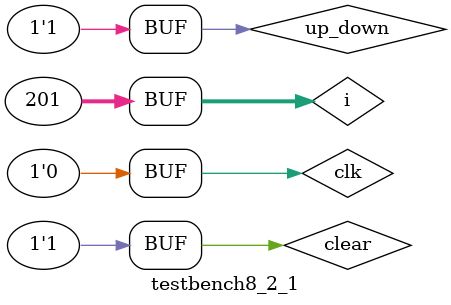
<source format=v>
`timescale 1ns / 1ps


module testbench8_2_1(

    );
     reg clk, clear, up_down;
     wire [7:0] qd;
    integer i;
    
    counter DUT (.CLK(clk), .Q(qd), .SCLR(clear), .UP(up_down));
    initial 
    begin
        for(i = 0; i < 201; i = i +1)
        begin
            if (i == 0)
                begin
                clk = 1;
                clear = 0;
                up_down= 1;
                end
             else if (i == 1)
                #1 clear = 1;
             else
                if (i % 10)
                    clk = ~clk;
                #1 clk = clk;
             end
             end
endmodule

</source>
